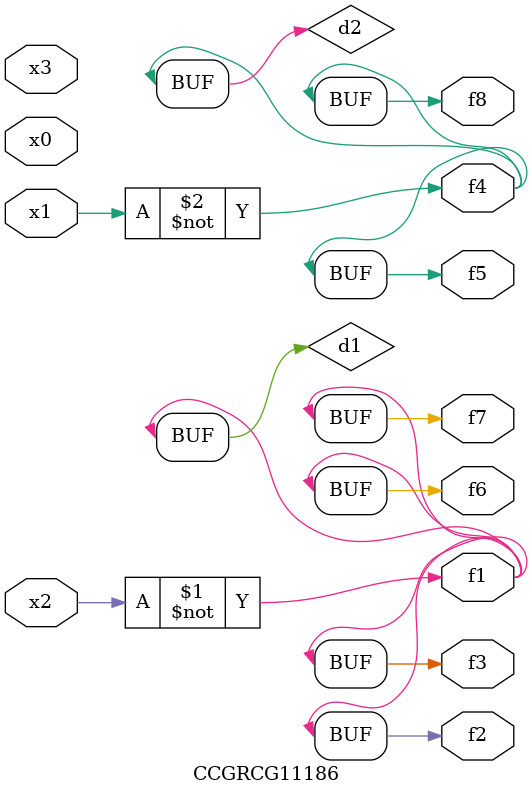
<source format=v>
module CCGRCG11186(
	input x0, x1, x2, x3,
	output f1, f2, f3, f4, f5, f6, f7, f8
);

	wire d1, d2;

	xnor (d1, x2);
	not (d2, x1);
	assign f1 = d1;
	assign f2 = d1;
	assign f3 = d1;
	assign f4 = d2;
	assign f5 = d2;
	assign f6 = d1;
	assign f7 = d1;
	assign f8 = d2;
endmodule

</source>
